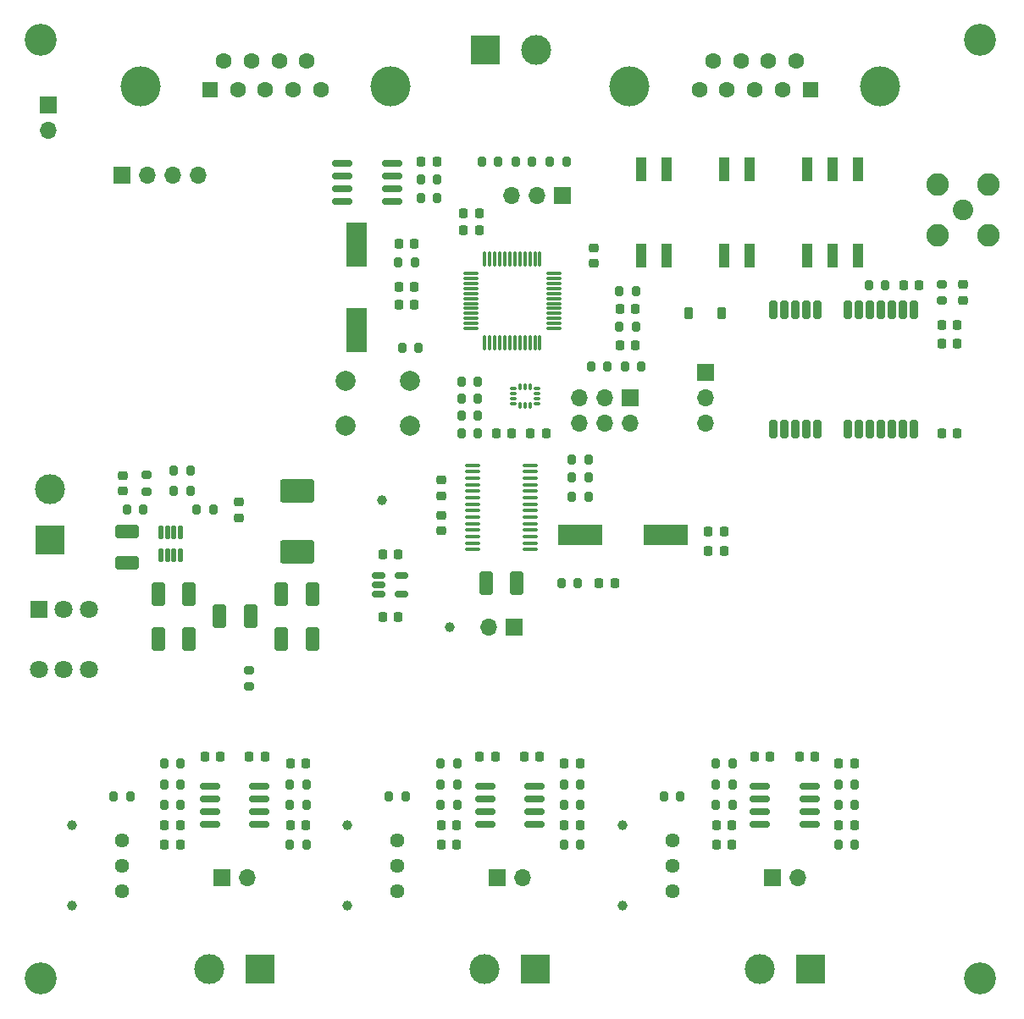
<source format=gbr>
%TF.GenerationSoftware,KiCad,Pcbnew,8.0.3*%
%TF.CreationDate,2024-12-05T22:40:56+08:00*%
%TF.ProjectId,Explorer,4578706c-6f72-4657-922e-6b696361645f,rev?*%
%TF.SameCoordinates,Original*%
%TF.FileFunction,Soldermask,Top*%
%TF.FilePolarity,Negative*%
%FSLAX46Y46*%
G04 Gerber Fmt 4.6, Leading zero omitted, Abs format (unit mm)*
G04 Created by KiCad (PCBNEW 8.0.3) date 2024-12-05 22:40:56*
%MOMM*%
%LPD*%
G01*
G04 APERTURE LIST*
G04 Aperture macros list*
%AMRoundRect*
0 Rectangle with rounded corners*
0 $1 Rounding radius*
0 $2 $3 $4 $5 $6 $7 $8 $9 X,Y pos of 4 corners*
0 Add a 4 corners polygon primitive as box body*
4,1,4,$2,$3,$4,$5,$6,$7,$8,$9,$2,$3,0*
0 Add four circle primitives for the rounded corners*
1,1,$1+$1,$2,$3*
1,1,$1+$1,$4,$5*
1,1,$1+$1,$6,$7*
1,1,$1+$1,$8,$9*
0 Add four rect primitives between the rounded corners*
20,1,$1+$1,$2,$3,$4,$5,0*
20,1,$1+$1,$4,$5,$6,$7,0*
20,1,$1+$1,$6,$7,$8,$9,0*
20,1,$1+$1,$8,$9,$2,$3,0*%
G04 Aperture macros list end*
%ADD10O,1.700000X1.700000*%
%ADD11R,1.700000X1.700000*%
%ADD12RoundRect,0.200000X-0.200000X-0.275000X0.200000X-0.275000X0.200000X0.275000X-0.200000X0.275000X0*%
%ADD13RoundRect,0.200000X0.200000X0.275000X-0.200000X0.275000X-0.200000X-0.275000X0.200000X-0.275000X0*%
%ADD14RoundRect,0.225000X-0.225000X-0.250000X0.225000X-0.250000X0.225000X0.250000X-0.225000X0.250000X0*%
%ADD15RoundRect,0.150000X-0.512500X-0.150000X0.512500X-0.150000X0.512500X0.150000X-0.512500X0.150000X0*%
%ADD16RoundRect,0.150000X-0.825000X-0.150000X0.825000X-0.150000X0.825000X0.150000X-0.825000X0.150000X0*%
%ADD17RoundRect,0.125000X0.125000X-0.537500X0.125000X0.537500X-0.125000X0.537500X-0.125000X-0.537500X0*%
%ADD18C,1.000000*%
%ADD19C,4.000000*%
%ADD20R,1.600000X1.600000*%
%ADD21C,1.600000*%
%ADD22R,1.120000X2.440000*%
%ADD23RoundRect,0.250000X0.412500X0.925000X-0.412500X0.925000X-0.412500X-0.925000X0.412500X-0.925000X0*%
%ADD24RoundRect,0.225000X0.225000X0.250000X-0.225000X0.250000X-0.225000X-0.250000X0.225000X-0.250000X0*%
%ADD25RoundRect,0.200000X-0.200000X0.700000X-0.200000X-0.700000X0.200000X-0.700000X0.200000X0.700000X0*%
%ADD26R,3.000000X3.000000*%
%ADD27C,3.000000*%
%ADD28RoundRect,0.087500X0.225000X0.087500X-0.225000X0.087500X-0.225000X-0.087500X0.225000X-0.087500X0*%
%ADD29RoundRect,0.087500X0.087500X0.225000X-0.087500X0.225000X-0.087500X-0.225000X0.087500X-0.225000X0*%
%ADD30RoundRect,0.250000X-0.412500X-0.925000X0.412500X-0.925000X0.412500X0.925000X-0.412500X0.925000X0*%
%ADD31RoundRect,0.200000X-0.275000X0.200000X-0.275000X-0.200000X0.275000X-0.200000X0.275000X0.200000X0*%
%ADD32R,4.500000X2.000000*%
%ADD33RoundRect,0.235000X-1.465000X0.940000X-1.465000X-0.940000X1.465000X-0.940000X1.465000X0.940000X0*%
%ADD34R,2.000000X4.500000*%
%ADD35R,1.800000X1.800000*%
%ADD36C,1.800000*%
%ADD37C,3.200000*%
%ADD38C,1.440000*%
%ADD39RoundRect,0.218750X0.256250X-0.218750X0.256250X0.218750X-0.256250X0.218750X-0.256250X-0.218750X0*%
%ADD40RoundRect,0.225000X-0.250000X0.225000X-0.250000X-0.225000X0.250000X-0.225000X0.250000X0.225000X0*%
%ADD41RoundRect,0.250000X-0.925000X0.412500X-0.925000X-0.412500X0.925000X-0.412500X0.925000X0.412500X0*%
%ADD42RoundRect,0.218750X-0.218750X-0.256250X0.218750X-0.256250X0.218750X0.256250X-0.218750X0.256250X0*%
%ADD43RoundRect,0.225000X0.250000X-0.225000X0.250000X0.225000X-0.250000X0.225000X-0.250000X-0.225000X0*%
%ADD44C,2.050000*%
%ADD45C,2.250000*%
%ADD46C,2.000000*%
%ADD47RoundRect,0.225000X0.225000X0.375000X-0.225000X0.375000X-0.225000X-0.375000X0.225000X-0.375000X0*%
%ADD48RoundRect,0.100000X-0.637500X-0.100000X0.637500X-0.100000X0.637500X0.100000X-0.637500X0.100000X0*%
%ADD49RoundRect,0.218750X0.218750X0.256250X-0.218750X0.256250X-0.218750X-0.256250X0.218750X-0.256250X0*%
%ADD50RoundRect,0.075000X-0.662500X-0.075000X0.662500X-0.075000X0.662500X0.075000X-0.662500X0.075000X0*%
%ADD51RoundRect,0.075000X-0.075000X-0.662500X0.075000X-0.662500X0.075000X0.662500X-0.075000X0.662500X0*%
%ADD52RoundRect,0.200000X0.275000X-0.200000X0.275000X0.200000X-0.275000X0.200000X-0.275000X-0.200000X0*%
G04 APERTURE END LIST*
D10*
%TO.C,J11*%
X123750000Y-146870000D03*
D11*
X121210000Y-146870000D03*
%TD*%
D12*
%TO.C,R64*%
X101181400Y-106832400D03*
X102831400Y-106832400D03*
%TD*%
D13*
%TO.C,R35*%
X89725000Y-135400000D03*
X88075000Y-135400000D03*
%TD*%
D12*
%TO.C,R39*%
X115585000Y-139550000D03*
X117235000Y-139550000D03*
%TD*%
D14*
%TO.C,C59*%
X114825000Y-112200000D03*
X116375000Y-112200000D03*
%TD*%
D15*
%TO.C,U1*%
X81887500Y-116600000D03*
X81887500Y-117550000D03*
X81887500Y-118500000D03*
X84162500Y-118500000D03*
X84162500Y-116600000D03*
%TD*%
D16*
%TO.C,U13*%
X119985000Y-137695000D03*
X119985000Y-138965000D03*
X119985000Y-140235000D03*
X119985000Y-141505000D03*
X124935000Y-141505000D03*
X124935000Y-140235000D03*
X124935000Y-138965000D03*
X124935000Y-137695000D03*
%TD*%
D12*
%TO.C,R18*%
X92150000Y-75200000D03*
X93800000Y-75200000D03*
%TD*%
%TO.C,R3*%
X63660000Y-110040000D03*
X65310000Y-110040000D03*
%TD*%
D13*
%TO.C,R15*%
X100625000Y-75200000D03*
X98975000Y-75200000D03*
%TD*%
%TO.C,R46*%
X62075000Y-137500000D03*
X60425000Y-137500000D03*
%TD*%
D17*
%TO.C,U2*%
X60090000Y-114590000D03*
X60740000Y-114590000D03*
X61390000Y-114590000D03*
X62040000Y-114590000D03*
X62040000Y-112315000D03*
X61390000Y-112315000D03*
X60740000Y-112315000D03*
X60090000Y-112315000D03*
%TD*%
D18*
%TO.C,TP4*%
X51210000Y-149670000D03*
%TD*%
D10*
%TO.C,J10*%
X96250000Y-146870000D03*
D11*
X93710000Y-146870000D03*
%TD*%
D13*
%TO.C,R34*%
X62075000Y-135400000D03*
X60425000Y-135400000D03*
%TD*%
D19*
%TO.C,J8*%
X131960000Y-67700000D03*
X106960000Y-67700000D03*
D20*
X125000000Y-68000000D03*
D21*
X122230000Y-68000000D03*
X119460000Y-68000000D03*
X116690000Y-68000000D03*
X113920000Y-68000000D03*
X123615000Y-65160000D03*
X120845000Y-65160000D03*
X118075000Y-65160000D03*
X115305000Y-65160000D03*
%TD*%
D22*
%TO.C,SW4*%
X124700000Y-84575000D03*
X127240000Y-84575000D03*
X129780000Y-84575000D03*
X129780000Y-75965000D03*
X127240000Y-75965000D03*
X124700000Y-75965000D03*
%TD*%
D23*
%TO.C,C9*%
X69037500Y-120700000D03*
X65962500Y-120700000D03*
%TD*%
D13*
%TO.C,R6*%
X58335000Y-110040000D03*
X56685000Y-110040000D03*
%TD*%
D12*
%TO.C,R20*%
X84205000Y-93850000D03*
X85855000Y-93850000D03*
%TD*%
%TO.C,R63*%
X101181400Y-105003600D03*
X102831400Y-105003600D03*
%TD*%
D24*
%TO.C,C39*%
X66015000Y-134700000D03*
X64465000Y-134700000D03*
%TD*%
D12*
%TO.C,R37*%
X60425000Y-139535000D03*
X62075000Y-139535000D03*
%TD*%
D13*
%TO.C,R41*%
X91786696Y-98950000D03*
X90136696Y-98950000D03*
%TD*%
D11*
%TO.C,JP2*%
X48800000Y-69560000D03*
D10*
X48800000Y-72100000D03*
%TD*%
D25*
%TO.C,U6*%
X135340000Y-90000000D03*
X134240000Y-90000000D03*
X133140000Y-90000000D03*
X132040000Y-90000000D03*
X130940000Y-90000000D03*
X129840000Y-90000000D03*
X128740000Y-90000000D03*
X125740000Y-90000000D03*
X124640000Y-90000000D03*
X123540000Y-90000000D03*
X122440000Y-90000000D03*
X121340000Y-90000000D03*
X121340000Y-102000000D03*
X122440000Y-102000000D03*
X123540000Y-102000000D03*
X124640000Y-102000000D03*
X125740000Y-102000000D03*
X128740000Y-102000000D03*
X129840000Y-102000000D03*
X130940000Y-102000000D03*
X132040000Y-102000000D03*
X133140000Y-102000000D03*
X134240000Y-102000000D03*
X135340000Y-102000000D03*
%TD*%
D26*
%TO.C,J13*%
X125000000Y-155950000D03*
D27*
X119920000Y-155950000D03*
%TD*%
D12*
%TO.C,R32*%
X82885000Y-138700000D03*
X84535000Y-138700000D03*
%TD*%
D18*
%TO.C,TP2*%
X82200000Y-109050000D03*
%TD*%
D23*
%TO.C,C10*%
X75212500Y-122975000D03*
X72137500Y-122975000D03*
%TD*%
D13*
%TO.C,R36*%
X117235000Y-135400000D03*
X115585000Y-135400000D03*
%TD*%
D12*
%TO.C,R11*%
X86075000Y-77000000D03*
X87725000Y-77000000D03*
%TD*%
D14*
%TO.C,C52*%
X97055000Y-102350000D03*
X98605000Y-102350000D03*
%TD*%
D12*
%TO.C,R51*%
X100375000Y-139550000D03*
X102025000Y-139550000D03*
%TD*%
D11*
%TO.C,J5*%
X100240000Y-78625000D03*
D10*
X97700000Y-78625000D03*
X95160000Y-78625000D03*
%TD*%
D11*
%TO.C,U5*%
X56190000Y-76600000D03*
D10*
X58730000Y-76600000D03*
X61270000Y-76600000D03*
X63810000Y-76600000D03*
%TD*%
D14*
%TO.C,C30*%
X90350000Y-80400000D03*
X91900000Y-80400000D03*
%TD*%
D24*
%TO.C,C55*%
X129400000Y-135400000D03*
X127850000Y-135400000D03*
%TD*%
D14*
%TO.C,C48*%
X127850000Y-141570000D03*
X129400000Y-141570000D03*
%TD*%
D12*
%TO.C,R2*%
X61385000Y-106100000D03*
X63035000Y-106100000D03*
%TD*%
D13*
%TO.C,R13*%
X108145000Y-95700000D03*
X106495000Y-95700000D03*
%TD*%
D28*
%TO.C,U14*%
X97649196Y-99400000D03*
X97649196Y-98900000D03*
X97649196Y-98400000D03*
X97649196Y-97900000D03*
D29*
X96986696Y-97737500D03*
X96486696Y-97737500D03*
X95986696Y-97737500D03*
D28*
X95324196Y-97900000D03*
X95324196Y-98400000D03*
X95324196Y-98900000D03*
X95324196Y-99400000D03*
D29*
X95986696Y-99562500D03*
X96486696Y-99562500D03*
X96986696Y-99562500D03*
%TD*%
D30*
%TO.C,C2*%
X59837500Y-118500000D03*
X62912500Y-118500000D03*
%TD*%
D14*
%TO.C,C42*%
X93630000Y-102350000D03*
X95180000Y-102350000D03*
%TD*%
D12*
%TO.C,R33*%
X110385000Y-138700000D03*
X112035000Y-138700000D03*
%TD*%
D31*
%TO.C,R8*%
X68925000Y-126075000D03*
X68925000Y-127725000D03*
%TD*%
D32*
%TO.C,Y2*%
X110523600Y-112572800D03*
X102023600Y-112572800D03*
%TD*%
D24*
%TO.C,C7*%
X83800000Y-114500000D03*
X82250000Y-114500000D03*
%TD*%
D12*
%TO.C,R50*%
X72970000Y-139550000D03*
X74620000Y-139550000D03*
%TD*%
D13*
%TO.C,R45*%
X129450000Y-143575000D03*
X127800000Y-143575000D03*
%TD*%
D14*
%TO.C,C1*%
X82250000Y-120750000D03*
X83800000Y-120750000D03*
%TD*%
D12*
%TO.C,R19*%
X95550000Y-75200000D03*
X97200000Y-75200000D03*
%TD*%
D33*
%TO.C,L1*%
X73690000Y-108155000D03*
X73690000Y-114205000D03*
%TD*%
D12*
%TO.C,R55*%
X127800000Y-137500000D03*
X129450000Y-137500000D03*
%TD*%
D13*
%TO.C,R23*%
X85480000Y-85250000D03*
X83830000Y-85250000D03*
%TD*%
D34*
%TO.C,Y1*%
X79630000Y-92050000D03*
X79630000Y-83550000D03*
%TD*%
D18*
%TO.C,TP5*%
X78710000Y-149670000D03*
%TD*%
D35*
%TO.C,SW1*%
X47900000Y-119970000D03*
D36*
X50400000Y-119970000D03*
X52900000Y-119970000D03*
X47900000Y-125970000D03*
X50400000Y-125970000D03*
X52900000Y-125970000D03*
%TD*%
D16*
%TO.C,U12*%
X92485000Y-137695000D03*
X92485000Y-138965000D03*
X92485000Y-140235000D03*
X92485000Y-141505000D03*
X97435000Y-141505000D03*
X97435000Y-140235000D03*
X97435000Y-138965000D03*
X97435000Y-137695000D03*
%TD*%
D37*
%TO.C,H3*%
X141950000Y-156950000D03*
%TD*%
D38*
%TO.C,RV3*%
X111210000Y-148170000D03*
X111210000Y-145630000D03*
X111210000Y-143090000D03*
%TD*%
D14*
%TO.C,C27*%
X90350000Y-82100000D03*
X91900000Y-82100000D03*
%TD*%
D39*
%TO.C,L2*%
X140300000Y-89077500D03*
X140300000Y-87502500D03*
%TD*%
D18*
%TO.C,TP6*%
X106210000Y-149670000D03*
%TD*%
D40*
%TO.C,C12*%
X56250000Y-106590000D03*
X56250000Y-108140000D03*
%TD*%
D23*
%TO.C,C11*%
X75212500Y-118500000D03*
X72137500Y-118500000D03*
%TD*%
D41*
%TO.C,C5*%
X56710000Y-112240000D03*
X56710000Y-115315000D03*
%TD*%
D18*
%TO.C,TP8*%
X78710000Y-141570000D03*
%TD*%
D24*
%TO.C,C24*%
X85430000Y-87750000D03*
X83880000Y-87750000D03*
%TD*%
D14*
%TO.C,C20*%
X138125000Y-93420000D03*
X139675000Y-93420000D03*
%TD*%
D42*
%TO.C,D8*%
X105962500Y-93550000D03*
X107537500Y-93550000D03*
%TD*%
D37*
%TO.C,H4*%
X48050000Y-156950000D03*
%TD*%
D24*
%TO.C,C44*%
X89675000Y-143575000D03*
X88125000Y-143575000D03*
%TD*%
D13*
%TO.C,R16*%
X132490000Y-87540000D03*
X130840000Y-87540000D03*
%TD*%
D12*
%TO.C,R65*%
X101181400Y-108712000D03*
X102831400Y-108712000D03*
%TD*%
D40*
%TO.C,C8*%
X67850000Y-109265000D03*
X67850000Y-110815000D03*
%TD*%
D13*
%TO.C,R47*%
X89725000Y-137500000D03*
X88075000Y-137500000D03*
%TD*%
%TO.C,R21*%
X107555000Y-88150000D03*
X105905000Y-88150000D03*
%TD*%
D24*
%TO.C,C54*%
X101975000Y-135400000D03*
X100425000Y-135400000D03*
%TD*%
D43*
%TO.C,C29*%
X103350000Y-85365000D03*
X103350000Y-83815000D03*
%TD*%
D13*
%TO.C,R44*%
X102025000Y-143575000D03*
X100375000Y-143575000D03*
%TD*%
D37*
%TO.C,H2*%
X141950000Y-63050000D03*
%TD*%
D16*
%TO.C,U4*%
X78255000Y-75395000D03*
X78255000Y-76665000D03*
X78255000Y-77935000D03*
X78255000Y-79205000D03*
X83205000Y-79205000D03*
X83205000Y-77935000D03*
X83205000Y-76665000D03*
X83205000Y-75395000D03*
%TD*%
D11*
%TO.C,J2*%
X107000000Y-98800000D03*
D10*
X107000000Y-101340000D03*
X104460000Y-98800000D03*
X104460000Y-101340000D03*
X101920000Y-98800000D03*
X101920000Y-101340000D03*
%TD*%
D44*
%TO.C,J4*%
X140300000Y-80000000D03*
D45*
X137760000Y-77460000D03*
X137760000Y-82540000D03*
X142840000Y-77460000D03*
X142840000Y-82540000D03*
%TD*%
D24*
%TO.C,C43*%
X62025000Y-143575000D03*
X60475000Y-143575000D03*
%TD*%
D26*
%TO.C,J3*%
X92500000Y-64000000D03*
D27*
X97580000Y-64000000D03*
%TD*%
D14*
%TO.C,C18*%
X138125000Y-102420000D03*
X139675000Y-102420000D03*
%TD*%
D42*
%TO.C,D7*%
X105962500Y-89950000D03*
X107537500Y-89950000D03*
%TD*%
D12*
%TO.C,R31*%
X55385000Y-138700000D03*
X57035000Y-138700000D03*
%TD*%
D37*
%TO.C,H1*%
X48050000Y-63050000D03*
%TD*%
D13*
%TO.C,R40*%
X91786696Y-100650000D03*
X90136696Y-100650000D03*
%TD*%
D24*
%TO.C,C25*%
X85430000Y-89550000D03*
X83880000Y-89550000D03*
%TD*%
D13*
%TO.C,R22*%
X107555000Y-91750000D03*
X105905000Y-91750000D03*
%TD*%
D12*
%TO.C,R12*%
X86075000Y-78850000D03*
X87725000Y-78850000D03*
%TD*%
%TO.C,R38*%
X88075000Y-139550000D03*
X89725000Y-139550000D03*
%TD*%
D14*
%TO.C,C46*%
X73020000Y-141570000D03*
X74570000Y-141570000D03*
%TD*%
%TO.C,C36*%
X60475000Y-141570000D03*
X62025000Y-141570000D03*
%TD*%
D24*
%TO.C,C19*%
X139675000Y-91510000D03*
X138125000Y-91510000D03*
%TD*%
D40*
%TO.C,C57*%
X88100000Y-107075000D03*
X88100000Y-108625000D03*
%TD*%
D31*
%TO.C,R5*%
X58700000Y-106540000D03*
X58700000Y-108190000D03*
%TD*%
D14*
%TO.C,C38*%
X115625000Y-141570000D03*
X117175000Y-141570000D03*
%TD*%
%TO.C,C51*%
X123905000Y-134700000D03*
X125455000Y-134700000D03*
%TD*%
D11*
%TO.C,JP1*%
X95412500Y-121800000D03*
D10*
X92872500Y-121800000D03*
%TD*%
D46*
%TO.C,SW2*%
X85030000Y-101650000D03*
X78530000Y-101650000D03*
X85030000Y-97150000D03*
X78530000Y-97150000D03*
%TD*%
D12*
%TO.C,R53*%
X72970000Y-137500000D03*
X74620000Y-137500000D03*
%TD*%
D19*
%TO.C,J7*%
X83040000Y-67700000D03*
X58040000Y-67700000D03*
D20*
X65000000Y-68000000D03*
D21*
X67770000Y-68000000D03*
X70540000Y-68000000D03*
X73310000Y-68000000D03*
X76080000Y-68000000D03*
X66385000Y-65160000D03*
X69155000Y-65160000D03*
X71925000Y-65160000D03*
X74695000Y-65160000D03*
%TD*%
D26*
%TO.C,J14*%
X97500000Y-155950000D03*
D27*
X92420000Y-155950000D03*
%TD*%
D13*
%TO.C,R48*%
X117235000Y-137500000D03*
X115585000Y-137500000D03*
%TD*%
%TO.C,R1*%
X63035000Y-108115000D03*
X61385000Y-108115000D03*
%TD*%
D47*
%TO.C,D10*%
X116127500Y-90375000D03*
X112827500Y-90375000D03*
%TD*%
D18*
%TO.C,TP9*%
X106210000Y-141570000D03*
%TD*%
D43*
%TO.C,C56*%
X88100000Y-112125000D03*
X88100000Y-110575000D03*
%TD*%
D48*
%TO.C,U15*%
X91275000Y-105575000D03*
X91275000Y-106225000D03*
X91275000Y-106875000D03*
X91275000Y-107525000D03*
X91275000Y-108175000D03*
X91275000Y-108825000D03*
X91275000Y-109475000D03*
X91275000Y-110125000D03*
X91275000Y-110775000D03*
X91275000Y-111425000D03*
X91275000Y-112075000D03*
X91275000Y-112725000D03*
X91275000Y-113375000D03*
X91275000Y-114025000D03*
X97000000Y-114025000D03*
X97000000Y-113375000D03*
X97000000Y-112725000D03*
X97000000Y-112075000D03*
X97000000Y-111425000D03*
X97000000Y-110775000D03*
X97000000Y-110125000D03*
X97000000Y-109475000D03*
X97000000Y-108825000D03*
X97000000Y-108175000D03*
X97000000Y-107525000D03*
X97000000Y-106875000D03*
X97000000Y-106225000D03*
X97000000Y-105575000D03*
%TD*%
D10*
%TO.C,J9*%
X68750000Y-146870000D03*
D11*
X66210000Y-146870000D03*
%TD*%
D22*
%TO.C,SW5*%
X116410000Y-84575000D03*
X118950000Y-84575000D03*
X118950000Y-75965000D03*
X116410000Y-75965000D03*
%TD*%
D38*
%TO.C,RV1*%
X56210000Y-148170000D03*
X56210000Y-145630000D03*
X56210000Y-143090000D03*
%TD*%
D13*
%TO.C,R10*%
X104730000Y-95700000D03*
X103080000Y-95700000D03*
%TD*%
D14*
%TO.C,C37*%
X88125000Y-141570000D03*
X89675000Y-141570000D03*
%TD*%
D12*
%TO.C,R49*%
X90136696Y-102350000D03*
X91786696Y-102350000D03*
%TD*%
D14*
%TO.C,C21*%
X134350000Y-87540000D03*
X135900000Y-87540000D03*
%TD*%
D38*
%TO.C,RV2*%
X83710000Y-148170000D03*
X83710000Y-145630000D03*
X83710000Y-143090000D03*
%TD*%
D14*
%TO.C,C49*%
X68925000Y-134700000D03*
X70475000Y-134700000D03*
%TD*%
D16*
%TO.C,U11*%
X64985000Y-137695000D03*
X64985000Y-138965000D03*
X64985000Y-140235000D03*
X64985000Y-141505000D03*
X69935000Y-141505000D03*
X69935000Y-140235000D03*
X69935000Y-138965000D03*
X69935000Y-137695000D03*
%TD*%
D49*
%TO.C,D9*%
X85442500Y-83450000D03*
X83867500Y-83450000D03*
%TD*%
D22*
%TO.C,SW3*%
X108115000Y-84575000D03*
X110655000Y-84575000D03*
X110655000Y-75965000D03*
X108115000Y-75965000D03*
%TD*%
D11*
%TO.C,J6*%
X114500000Y-96300000D03*
D10*
X114500000Y-98840000D03*
X114500000Y-101380000D03*
%TD*%
D30*
%TO.C,C4*%
X59837500Y-122975000D03*
X62912500Y-122975000D03*
%TD*%
D42*
%TO.C,D13*%
X103887500Y-117350000D03*
X105462500Y-117350000D03*
%TD*%
D24*
%TO.C,C41*%
X121015000Y-134700000D03*
X119465000Y-134700000D03*
%TD*%
D14*
%TO.C,C50*%
X96405000Y-134700000D03*
X97955000Y-134700000D03*
%TD*%
D50*
%TO.C,U9*%
X91067500Y-86400000D03*
X91067500Y-86900000D03*
X91067500Y-87400000D03*
X91067500Y-87900000D03*
X91067500Y-88400000D03*
X91067500Y-88900000D03*
X91067500Y-89400000D03*
X91067500Y-89900000D03*
X91067500Y-90400000D03*
X91067500Y-90900000D03*
X91067500Y-91400000D03*
X91067500Y-91900000D03*
D51*
X92480000Y-93312500D03*
X92980000Y-93312500D03*
X93480000Y-93312500D03*
X93980000Y-93312500D03*
X94480000Y-93312500D03*
X94980000Y-93312500D03*
X95480000Y-93312500D03*
X95980000Y-93312500D03*
X96480000Y-93312500D03*
X96980000Y-93312500D03*
X97480000Y-93312500D03*
X97980000Y-93312500D03*
D50*
X99392500Y-91900000D03*
X99392500Y-91400000D03*
X99392500Y-90900000D03*
X99392500Y-90400000D03*
X99392500Y-89900000D03*
X99392500Y-89400000D03*
X99392500Y-88900000D03*
X99392500Y-88400000D03*
X99392500Y-87900000D03*
X99392500Y-87400000D03*
X99392500Y-86900000D03*
X99392500Y-86400000D03*
D51*
X97980000Y-84987500D03*
X97480000Y-84987500D03*
X96980000Y-84987500D03*
X96480000Y-84987500D03*
X95980000Y-84987500D03*
X95480000Y-84987500D03*
X94980000Y-84987500D03*
X94480000Y-84987500D03*
X93980000Y-84987500D03*
X93480000Y-84987500D03*
X92980000Y-84987500D03*
X92480000Y-84987500D03*
%TD*%
D14*
%TO.C,C58*%
X114825000Y-114170000D03*
X116375000Y-114170000D03*
%TD*%
D24*
%TO.C,C53*%
X74570000Y-135400000D03*
X73020000Y-135400000D03*
%TD*%
D18*
%TO.C,TP7*%
X51210000Y-141570000D03*
%TD*%
D52*
%TO.C,R14*%
X138150000Y-89115000D03*
X138150000Y-87465000D03*
%TD*%
D23*
%TO.C,C60*%
X95652500Y-117400000D03*
X92577500Y-117400000D03*
%TD*%
D12*
%TO.C,R42*%
X90136696Y-97250000D03*
X91786696Y-97250000D03*
%TD*%
%TO.C,R52*%
X127800000Y-139550000D03*
X129450000Y-139550000D03*
%TD*%
D24*
%TO.C,C40*%
X93515000Y-134700000D03*
X91965000Y-134700000D03*
%TD*%
D26*
%TO.C,J12*%
X70000000Y-155950000D03*
D27*
X64920000Y-155950000D03*
%TD*%
D24*
%TO.C,C45*%
X117175000Y-143575000D03*
X115625000Y-143575000D03*
%TD*%
D26*
%TO.C,J1*%
X49000000Y-113060000D03*
D27*
X49000000Y-107980000D03*
%TD*%
D14*
%TO.C,C17*%
X86125000Y-75200000D03*
X87675000Y-75200000D03*
%TD*%
%TO.C,C47*%
X100425000Y-141570000D03*
X101975000Y-141570000D03*
%TD*%
D12*
%TO.C,R54*%
X100375000Y-137500000D03*
X102025000Y-137500000D03*
%TD*%
D18*
%TO.C,TP1*%
X88987500Y-121800000D03*
%TD*%
D13*
%TO.C,R43*%
X74620000Y-143575000D03*
X72970000Y-143575000D03*
%TD*%
%TO.C,R59*%
X101775000Y-117350000D03*
X100125000Y-117350000D03*
%TD*%
M02*

</source>
